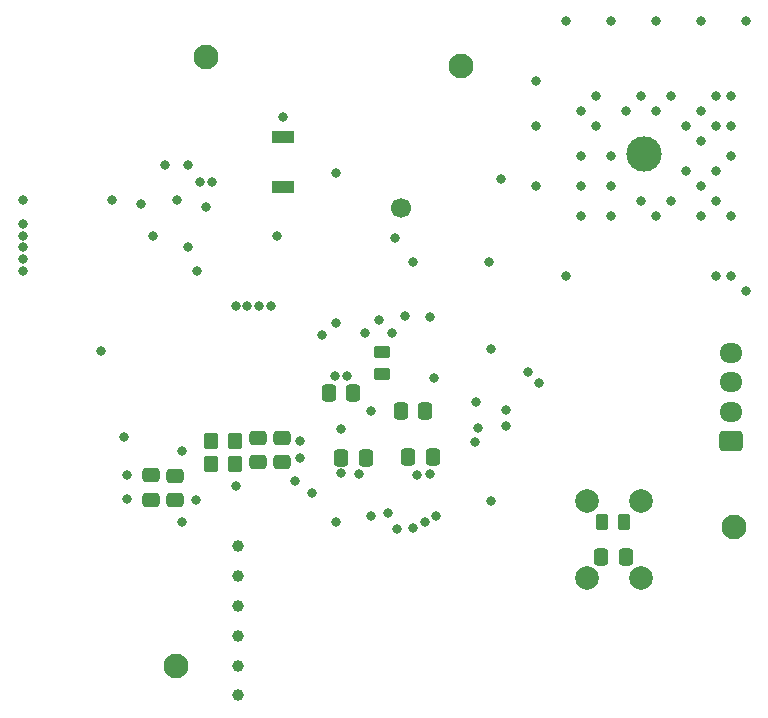
<source format=gbr>
%TF.GenerationSoftware,KiCad,Pcbnew,8.0.5*%
%TF.CreationDate,2024-10-17T13:37:37-04:00*%
%TF.ProjectId,PCB,5043422e-6b69-4636-9164-5f7063625858,rev?*%
%TF.SameCoordinates,Original*%
%TF.FileFunction,Soldermask,Bot*%
%TF.FilePolarity,Negative*%
%FSLAX46Y46*%
G04 Gerber Fmt 4.6, Leading zero omitted, Abs format (unit mm)*
G04 Created by KiCad (PCBNEW 8.0.5) date 2024-10-17 13:37:37*
%MOMM*%
%LPD*%
G01*
G04 APERTURE LIST*
G04 Aperture macros list*
%AMRoundRect*
0 Rectangle with rounded corners*
0 $1 Rounding radius*
0 $2 $3 $4 $5 $6 $7 $8 $9 X,Y pos of 4 corners*
0 Add a 4 corners polygon primitive as box body*
4,1,4,$2,$3,$4,$5,$6,$7,$8,$9,$2,$3,0*
0 Add four circle primitives for the rounded corners*
1,1,$1+$1,$2,$3*
1,1,$1+$1,$4,$5*
1,1,$1+$1,$6,$7*
1,1,$1+$1,$8,$9*
0 Add four rect primitives between the rounded corners*
20,1,$1+$1,$2,$3,$4,$5,0*
20,1,$1+$1,$4,$5,$6,$7,0*
20,1,$1+$1,$6,$7,$8,$9,0*
20,1,$1+$1,$8,$9,$2,$3,0*%
G04 Aperture macros list end*
%ADD10C,2.100000*%
%ADD11C,3.000000*%
%ADD12C,2.000000*%
%ADD13C,1.000000*%
%ADD14RoundRect,0.250000X0.725000X-0.600000X0.725000X0.600000X-0.725000X0.600000X-0.725000X-0.600000X0*%
%ADD15O,1.950000X1.700000*%
%ADD16RoundRect,0.250000X0.475000X-0.337500X0.475000X0.337500X-0.475000X0.337500X-0.475000X-0.337500X0*%
%ADD17RoundRect,0.250000X0.450000X-0.262500X0.450000X0.262500X-0.450000X0.262500X-0.450000X-0.262500X0*%
%ADD18RoundRect,0.250000X0.337500X0.475000X-0.337500X0.475000X-0.337500X-0.475000X0.337500X-0.475000X0*%
%ADD19RoundRect,0.250000X-0.337500X-0.475000X0.337500X-0.475000X0.337500X0.475000X-0.337500X0.475000X0*%
%ADD20RoundRect,0.250000X-0.262500X-0.450000X0.262500X-0.450000X0.262500X0.450000X-0.262500X0.450000X0*%
%ADD21R,1.854200X1.066800*%
%ADD22RoundRect,0.250000X-0.350000X-0.450000X0.350000X-0.450000X0.350000X0.450000X-0.350000X0.450000X0*%
%ADD23C,0.800000*%
%ADD24C,1.700000*%
G04 APERTURE END LIST*
D10*
%TO.C,H1*%
X232680000Y-127910000D03*
%TD*%
%TO.C,H2*%
X209550000Y-88900000D03*
%TD*%
D11*
%TO.C,U2*%
X225090000Y-96320000D03*
%TD*%
D10*
%TO.C,H4*%
X185420000Y-139700000D03*
%TD*%
D12*
%TO.C,SW1*%
X224790000Y-125730000D03*
X224790000Y-132230000D03*
X220290000Y-125730000D03*
X220290000Y-132230000D03*
%TD*%
D13*
%TO.C,U3*%
X190700000Y-129540000D03*
X190700000Y-132080000D03*
X190700000Y-134620000D03*
X190700000Y-137160000D03*
X190700000Y-139700000D03*
X190700000Y-142140000D03*
%TD*%
D10*
%TO.C,H3*%
X187960000Y-88100000D03*
%TD*%
D14*
%TO.C,J5*%
X232410000Y-120650000D03*
D15*
X232410000Y-118150000D03*
X232410000Y-115650000D03*
X232410000Y-113150000D03*
%TD*%
D16*
%TO.C,C12*%
X183300000Y-125615000D03*
X183300000Y-123540000D03*
%TD*%
%TO.C,C16*%
X194455229Y-122420091D03*
X194455229Y-120345091D03*
%TD*%
%TO.C,C17*%
X192430000Y-122415504D03*
X192430000Y-120340504D03*
%TD*%
D17*
%TO.C,R10*%
X202930000Y-114935000D03*
X202930000Y-113110000D03*
%TD*%
D18*
%TO.C,C13*%
X207185535Y-122006028D03*
X205110535Y-122006028D03*
%TD*%
D19*
%TO.C,C10*%
X198392500Y-116610000D03*
X200467500Y-116610000D03*
%TD*%
D20*
%TO.C,R11*%
X221540000Y-127480000D03*
X223365000Y-127480000D03*
%TD*%
D19*
%TO.C,C20*%
X221465000Y-130480000D03*
X223540000Y-130480000D03*
%TD*%
D16*
%TO.C,C11*%
X185386554Y-125636352D03*
X185386554Y-123561352D03*
%TD*%
D18*
%TO.C,C15*%
X206545000Y-118110000D03*
X204470000Y-118110000D03*
%TD*%
D21*
%TO.C,D1*%
X194500000Y-99120900D03*
X194500000Y-94879100D03*
%TD*%
D18*
%TO.C,C14*%
X201505000Y-122110000D03*
X199430000Y-122110000D03*
%TD*%
D22*
%TO.C,R5*%
X188430000Y-120610000D03*
X190430000Y-120610000D03*
%TD*%
%TO.C,R4*%
X188430000Y-122610000D03*
X190430000Y-122610000D03*
%TD*%
D23*
X194500000Y-93241800D03*
X220980000Y-93980000D03*
X181300000Y-123540000D03*
D24*
X204479998Y-100870003D03*
D23*
X172500000Y-105241800D03*
X219710000Y-92710000D03*
X172500000Y-100241800D03*
X222250000Y-85090000D03*
X231140000Y-91440000D03*
X218440000Y-85090000D03*
X227330000Y-100330000D03*
X229870000Y-95250000D03*
X182490000Y-100610000D03*
X229870000Y-101600000D03*
X205847025Y-123517766D03*
X232410000Y-101600000D03*
X185500000Y-100190000D03*
X231140000Y-93980000D03*
X231140000Y-100330000D03*
X219710000Y-99060000D03*
X188010000Y-100840000D03*
X215900000Y-93980000D03*
X222250000Y-96520000D03*
X229870000Y-99060000D03*
X231140000Y-97790000D03*
X232410000Y-93980000D03*
X227330000Y-91440000D03*
X218440000Y-106680000D03*
X199437645Y-123373761D03*
X223520000Y-92710000D03*
X229870000Y-92710000D03*
X228600000Y-97790000D03*
X190500000Y-109241800D03*
X172500000Y-103241800D03*
X229870000Y-85090000D03*
X219710000Y-101600000D03*
X215900000Y-99060000D03*
X172500000Y-106241800D03*
X199430000Y-119610000D03*
X186500000Y-97241800D03*
X199930000Y-115110000D03*
X222250000Y-101600000D03*
X232410000Y-91440000D03*
X226060000Y-85090000D03*
X228600000Y-93980000D03*
X215900000Y-90170000D03*
X219710000Y-96520000D03*
X233680000Y-107950000D03*
X172500000Y-104241800D03*
X224790000Y-100330000D03*
X233680000Y-85090000D03*
X226060000Y-92710000D03*
X201930000Y-118110000D03*
X192500000Y-109241800D03*
X172500000Y-102241800D03*
X222250000Y-99060000D03*
X224790000Y-91440000D03*
X226060000Y-101600000D03*
X191500000Y-109241800D03*
X193500000Y-109241800D03*
X232410000Y-96520000D03*
X220980000Y-91440000D03*
X195930000Y-122110000D03*
X207312870Y-115267130D03*
X205490000Y-105440000D03*
X206923971Y-123450875D03*
X212990000Y-98440000D03*
X198917347Y-115097347D03*
X200918226Y-123437064D03*
X212090000Y-125730000D03*
X190500000Y-124460000D03*
X212090000Y-112885000D03*
X211990000Y-105440003D03*
X195930000Y-120610000D03*
X179070000Y-113030000D03*
X194000000Y-103241800D03*
X187254051Y-106241800D03*
X180000000Y-100241800D03*
X181300000Y-125540000D03*
X187110483Y-125643041D03*
X201430000Y-111500000D03*
X198990000Y-97940000D03*
X186500000Y-104241800D03*
X203990000Y-103440000D03*
X216225358Y-115697475D03*
X215257845Y-114766377D03*
X203433189Y-126766811D03*
X231140000Y-106680000D03*
X213360000Y-118043108D03*
X201930000Y-127000000D03*
X232410000Y-106680000D03*
X213360000Y-119380000D03*
X186000000Y-121500000D03*
X184500000Y-97241800D03*
X187500000Y-98741800D03*
X188500000Y-98741800D03*
X183500000Y-103241800D03*
X186000000Y-127500000D03*
X197833369Y-111700592D03*
X202625003Y-110370209D03*
X203718623Y-111478613D03*
X199028459Y-110652070D03*
X206988209Y-110110897D03*
X204868616Y-110020702D03*
X211000000Y-119500000D03*
X210797014Y-120702986D03*
X207500000Y-127000000D03*
X206500000Y-127500000D03*
X195500000Y-124000000D03*
X197000000Y-125000000D03*
X199000000Y-127500000D03*
X204201090Y-128082300D03*
X205500000Y-128000000D03*
X210883920Y-117296618D03*
X210883920Y-117296618D03*
X181010000Y-120280000D03*
M02*

</source>
